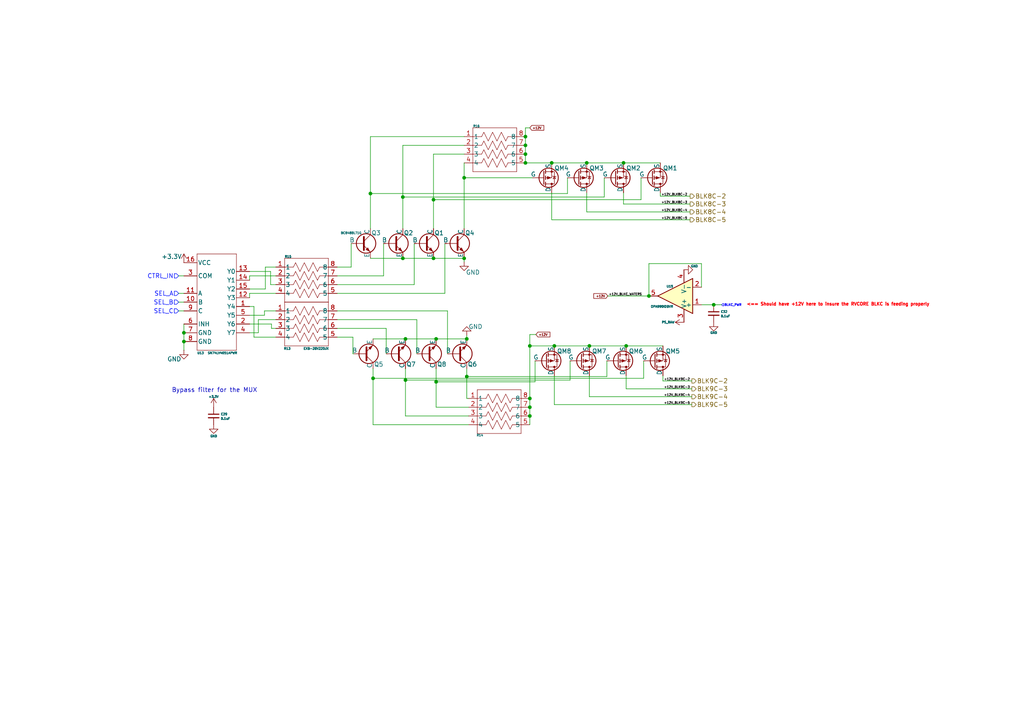
<source format=kicad_sch>
(kicad_sch (version 20250114) (generator "eeschema") (generator_version "9.0")
  (paper "A4")
  (lib_symbols
    (symbol "Device:C_Small" (pin_numbers (hide yes)) (pin_names (offset 0.254) (hide yes))
      (property "Reference" "C" (at 0.254 1.778 0))
      (property "Value" "C_Small" (at 0.254 -2.032 0))
      (symbol "C_Small_1_1"
        (pin passive line (at 0 2.54 270) (length 2.032) (name "~") (number "1"))
        (pin passive line (at 0 -2.54 90) (length 2.032) (name "~") (number "2"))
      )
    )
    (symbol "EXB_28V220JX:EXB-28V220JX" (pin_names (offset 0.254))
      (property "Reference" "R" (at 8.382 9.144 0))
      (property "Value" "EXB-28V220JX" (at 8.89 5.588 0))
      (symbol "EXB-28V220JX_0_1"
        (pin unspecified line (at 0 0 0) (length 2.54) (name "1") (number "1"))
        (pin unspecified line (at 0 -2.54 0) (length 2.54) (name "2") (number "2"))
        (pin unspecified line (at 0 -5.08 0) (length 2.54) (name "3") (number "3"))
        (pin unspecified line (at 0 -7.62 0) (length 2.54) (name "4") (number "4"))
        (pin unspecified line (at 17.78 0 180) (length 2.54) (name "8") (number "8"))
        (pin unspecified line (at 17.78 -2.54 180) (length 2.54) (name "7") (number "7"))
        (pin unspecified line (at 17.78 -5.08 180) (length 2.54) (name "6") (number "6"))
        (pin unspecified line (at 17.78 -7.62 180) (length 2.54) (name "5") (number "5"))
      )
    )
    (symbol "NPN_1" (pin_numbers (hide yes)) (pin_names (offset 0))
      (property "Reference" "Q8" (at 2.794 3.048 0))
      (symbol "NPN_1_1_1"
        (pin passive line (at -3.048 0 0) (length 0.508) (name "B") (number "2"))
        (pin passive line (at 2.54 4.318 270) (length 1.778) (name "C") (number "1"))
        (pin passive line (at 2.54 -4.318 90) (length 1.778) (name "E") (number "3"))
      )
    )
    (symbol "NPN_2" (pin_numbers (hide yes)) (pin_names (offset 0))
      (property "Reference" "Q7" (at 2.794 3.048 0))
      (symbol "NPN_2_1_1"
        (pin passive line (at -3.048 0 0) (length 0.508) (name "B") (number "2"))
        (pin passive line (at 2.54 4.318 270) (length 1.778) (name "C") (number "1"))
        (pin passive line (at 2.54 -4.318 90) (length 1.778) (name "E") (number "3"))
      )
    )
    (symbol "NPN_3" (pin_numbers (hide yes)) (pin_names (offset 0))
      (property "Reference" "Q6" (at 2.794 3.048 0))
      (symbol "NPN_3_1_1"
        (pin passive line (at -3.048 0 0) (length 0.508) (name "B") (number "2"))
        (pin passive line (at 2.54 4.318 270) (length 1.778) (name "C") (number "1"))
        (pin passive line (at 2.54 -4.318 90) (length 1.778) (name "E") (number "3"))
      )
    )
    (symbol "NPN_4" (pin_numbers (hide yes)) (pin_names (offset 0))
      (property "Reference" "Q5" (at 2.794 3.048 0))
      (symbol "NPN_4_1_1"
        (pin passive line (at -3.048 0 0) (length 0.508) (name "B") (number "2"))
        (pin passive line (at 2.54 4.318 270) (length 1.778) (name "C") (number "1"))
        (pin passive line (at 2.54 -4.318 90) (length 1.778) (name "E") (number "3"))
      )
    )
    (symbol "NPN_5" (pin_numbers (hide yes)) (pin_names (offset 0))
      (property "Reference" "Q4" (at 2.794 3.048 0))
      (symbol "NPN_5_1_1"
        (pin passive line (at -3.048 0 0) (length 0.508) (name "B") (number "2"))
        (pin passive line (at 2.54 4.318 270) (length 1.778) (name "C") (number "1"))
        (pin passive line (at 2.54 -4.318 90) (length 1.778) (name "E") (number "3"))
      )
    )
    (symbol "NPN_6" (pin_numbers (hide yes)) (pin_names (offset 0))
      (property "Reference" "Q3" (at 2.794 3.048 0))
      (symbol "NPN_6_1_1"
        (pin passive line (at -3.048 0 0) (length 0.508) (name "B") (number "2"))
        (pin passive line (at 2.54 4.318 270) (length 1.778) (name "C") (number "1"))
        (pin passive line (at 2.54 -4.318 90) (length 1.778) (name "E") (number "3"))
      )
    )
    (symbol "NPN_7" (pin_numbers (hide yes)) (pin_names (offset 0))
      (property "Reference" "Q1" (at 2.794 3.048 0))
      (property "Value" "BC848BLT1G" (at -12.954 4.572 0))
      (symbol "NPN_7_1_1"
        (pin passive line (at -3.048 0 0) (length 0.508) (name "B") (number "2"))
        (pin passive line (at 2.54 4.318 270) (length 1.778) (name "C") (number "1"))
        (pin passive line (at 2.54 -4.318 90) (length 1.778) (name "E") (number "3"))
      )
    )
    (symbol "PMOS_1" (pin_numbers (hide yes)) (pin_names (offset 0))
      (property "Reference" "QM4" (at 3.302 -2.794 0))
      (symbol "PMOS_1_1_1"
        (pin passive line (at -3.048 0 0) (length 0.508) (name "G") (number "2"))
        (pin passive line (at 2.54 4.318 270) (length 1.778) (name "D") (number "1"))
        (pin passive line (at 2.54 -4.318 90) (length 1.778) (name "S") (number "3"))
      )
    )
    (symbol "PMOS_2" (pin_numbers (hide yes)) (pin_names (offset 0))
      (property "Reference" "QM8" (at 3.302 -2.794 0))
      (symbol "PMOS_2_1_1"
        (pin passive line (at -3.048 0 0) (length 0.508) (name "G") (number "2"))
        (pin passive line (at 2.54 4.318 270) (length 1.778) (name "D") (number "1"))
        (pin passive line (at 2.54 -4.318 90) (length 1.778) (name "S") (number "3"))
      )
    )
    (symbol "PMOS_3" (pin_numbers (hide yes)) (pin_names (offset 0))
      (property "Reference" "QM7" (at 3.302 -2.794 0))
      (symbol "PMOS_3_1_1"
        (pin passive line (at -3.048 0 0) (length 0.508) (name "G") (number "2"))
        (pin passive line (at 2.54 4.318 270) (length 1.778) (name "D") (number "1"))
        (pin passive line (at 2.54 -4.318 90) (length 1.778) (name "S") (number "3"))
      )
    )
    (symbol "PMOS_4" (pin_numbers (hide yes)) (pin_names (offset 0))
      (property "Reference" "QM6" (at 3.302 -2.794 0))
      (symbol "PMOS_4_1_1"
        (pin passive line (at -3.048 0 0) (length 0.508) (name "G") (number "2"))
        (pin passive line (at 2.54 4.318 270) (length 1.778) (name "D") (number "1"))
        (pin passive line (at 2.54 -4.318 90) (length 1.778) (name "S") (number "3"))
      )
    )
    (symbol "PMOS_5" (pin_numbers (hide yes)) (pin_names (offset 0))
      (property "Reference" "QM5" (at 3.302 -2.794 0))
      (symbol "PMOS_5_1_1"
        (pin passive line (at -3.048 0 0) (length 0.508) (name "G") (number "2"))
        (pin passive line (at 2.54 4.318 270) (length 1.778) (name "D") (number "1"))
        (pin passive line (at 2.54 -4.318 90) (length 1.778) (name "S") (number "3"))
      )
    )
    (symbol "PMOS_6" (pin_numbers (hide yes)) (pin_names (offset 0))
      (property "Reference" "QM1" (at 3.302 -2.794 0))
      (symbol "PMOS_6_1_1"
        (pin passive line (at -3.048 0 0) (length 0.508) (name "G") (number "2"))
        (pin passive line (at 2.54 4.318 270) (length 1.778) (name "D") (number "1"))
        (pin passive line (at 2.54 -4.318 90) (length 1.778) (name "S") (number "3"))
      )
    )
    (symbol "PMOS_7" (pin_numbers (hide yes)) (pin_names (offset 0))
      (property "Reference" "QM2" (at 3.302 -2.794 0))
      (symbol "PMOS_7_1_1"
        (pin passive line (at -3.048 0 0) (length 0.508) (name "G") (number "2"))
        (pin passive line (at 2.54 4.318 270) (length 1.778) (name "D") (number "1"))
        (pin passive line (at 2.54 -4.318 90) (length 1.778) (name "S") (number "3"))
      )
    )
    (symbol "PMOS_8" (pin_numbers (hide yes)) (pin_names (offset 0))
      (property "Reference" "QM3" (at 3.302 -2.794 0))
      (symbol "PMOS_8_1_1"
        (pin passive line (at -3.048 0 0) (length 0.508) (name "G") (number "2"))
        (pin passive line (at 2.54 4.318 270) (length 1.778) (name "D") (number "1"))
        (pin passive line (at 2.54 -4.318 90) (length 1.778) (name "S") (number "3"))
      )
    )
    (symbol "SN74LV4051APWR:SN74LV4051APWR" (pin_names (offset 0.254))
      (property "Reference" "U16" (at 27.94 10.16 0))
      (property "Value" "SN74LV4051APWR" (at 27.94 7.62 0))
      (symbol "SN74LV4051APWR_1_1"
        (pin power_in line (at 33.02 2.54 0) (length 3.81) (name "VCC") (number "16"))
        (pin input line (at 33.02 -1.27 0) (length 3.81) (name "COM") (number "3"))
        (pin input line (at 33.02 -6.35 0) (length 3.81) (name "A") (number "11"))
        (pin input line (at 33.02 -8.89 0) (length 3.81) (name "B") (number "10"))
        (pin input line (at 33.02 -11.43 0) (length 3.81) (name "C") (number "9"))
        (pin input line (at 33.02 -15.24 0) (length 3.81) (name "INH") (number "6"))
        (pin power_in line (at 33.02 -17.78 0) (length 3.81) (name "GND") (number "7"))
        (pin power_in line (at 33.02 -20.32 0) (length 3.81) (name "GND") (number "8"))
        (pin output line (at 52.07 0 180) (length 3.81) (name "Y0") (number "13"))
        (pin output line (at 52.07 -2.54 180) (length 3.81) (name "Y1") (number "14"))
        (pin output line (at 52.07 -5.08 180) (length 3.81) (name "Y2") (number "15"))
        (pin output line (at 52.07 -7.62 180) (length 3.81) (name "Y3") (number "12"))
        (pin output line (at 52.07 -10.16 180) (length 3.81) (name "Y4") (number "1"))
        (pin output line (at 52.07 -12.7 180) (length 3.81) (name "Y5") (number "5"))
        (pin output line (at 52.07 -15.24 180) (length 3.81) (name "Y6") (number "2"))
        (pin output line (at 52.07 -17.78 180) (length 3.81) (name "Y7") (number "4"))
      )
    )
    (symbol "Simulation_SPICE:NPN" (pin_numbers (hide yes)) (pin_names (offset 0))
      (property "Reference" "Q2" (at 2.794 3.048 0))
      (symbol "NPN_1_1"
        (pin passive line (at -3.048 0 0) (length 0.508) (name "B") (number "2"))
        (pin passive line (at 2.54 4.318 270) (length 1.778) (name "C") (number "1"))
        (pin passive line (at 2.54 -4.318 90) (length 1.778) (name "E") (number "3"))
      )
    )
    (symbol "Simulation_SPICE:OPAMP" (pin_names (offset 0.254))
      (property "Reference" "U" (at 3.81 3.175 0))
      (property "Value" "${SIM.PARAMS}" (at 3.81 -3.175 0))
      (symbol "OPAMP_1_1"
        (pin input line (at -7.62 2.54 0) (length 2.54) (name "+") (number "1"))
        (pin input line (at -7.62 -2.54 0) (length 2.54) (name "-") (number "2"))
        (pin power_in line (at -2.54 7.62 270) (length 3.81) (name "V+") (number "3"))
        (pin power_in line (at -2.54 -7.62 90) (length 3.81) (name "V-") (number "4"))
        (pin output line (at 7.62 0 180) (length 2.54) (name "~") (number "5"))
      )
    )
    (symbol "power:+3.3V" (power) (pin_numbers (hide yes)) (pin_names (offset 0) (hide yes))
      (property "Value" "+3.3V" (at 0 3.556 0))
      (symbol "+3.3V_1_1"
        (pin power_in line (at 0 0 90) (length 0) (name "~") (number "1"))
      )
    )
    (symbol "power:GND" (power) (pin_numbers (hide yes)) (pin_names (offset 0) (hide yes))
      (property "Value" "GND" (at 0 -3.81 0))
      (symbol "GND_1_1"
        (pin power_in line (at 0 0 270) (length 0) (name "~") (number "1"))
      )
    )
  )
  (text "<== Should have +12V here to insure the RVCORE BLKC is feeding properly\n" (at 243.078 88.392 0) (effects (font (size 0.889 0.889) (thickness 0.254) (bold yes))))
  (text "Bypass filter for the MUX" (at 62.23 113.284 0) (effects (font (size 1.27 1.27))))
  (junction (at 170.18 47.244))
  (junction (at 125.73 57.912))
  (junction (at 117.602 98.298))
  (junction (at 160.02 47.244))
  (junction (at 53.34 96.52))
  (junction (at 126.492 98.298))
  (junction (at 180.848 47.244))
  (junction (at 135.382 98.298))
  (junction (at 117.602 110.236))
  (junction (at 126.492 110.744))
  (junction (at 53.34 99.06))
  (junction (at 134.62 51.562))
  (junction (at 107.442 56.134))
  (junction (at 125.73 74.93))
  (junction (at 170.942 100.33))
  (junction (at 116.84 57.15))
  (junction (at 116.84 74.93))
  (junction (at 188.214 85.852))
  (junction (at 152.4 44.704))
  (junction (at 152.4 39.624))
  (junction (at 152.4 47.244))
  (junction (at 108.204 109.728))
  (junction (at 134.62 74.93))
  (junction (at 160.782 100.33))
  (junction (at 153.67 118.11))
  (junction (at 181.61 100.33))
  (junction (at 207.01 88.392))
  (junction (at 152.4 42.164))
  (junction (at 153.67 120.65))
  (junction (at 153.67 100.33))
  (junction (at 135.382 109.22))
  (junction (at 153.67 115.57))
  (wire (pts (xy 160.02 63.754) (xy 160.02 55.88)))
  (wire (pts (xy 155.194 104.648) (xy 155.194 110.744)))
  (wire (pts (xy 176.022 104.648) (xy 176.022 109.22)))
  (wire (pts (xy 164.592 51.562) (xy 164.592 56.134)))
  (wire (pts (xy 80.01 97.79) (xy 73.66 97.79)))
  (wire (pts (xy 203.454 83.312) (xy 203.454 76.454)))
  (wire (pts (xy 78.486 78.74) (xy 78.486 82.55)))
  (wire (pts (xy 107.442 56.134) (xy 107.442 66.294)))
  (wire (pts (xy 200.152 63.754) (xy 160.02 63.754)))
  (wire (pts (xy 126.492 106.934) (xy 126.492 110.744)))
  (wire (pts (xy 126.492 110.744) (xy 126.492 118.11)))
  (wire (pts (xy 97.79 92.71) (xy 120.904 92.71)))
  (wire (pts (xy 176.022 109.22) (xy 135.382 109.22)))
  (wire (pts (xy 153.67 115.57) (xy 153.67 118.11)))
  (wire (pts (xy 117.602 98.298) (xy 126.492 98.298)))
  (wire (pts (xy 134.62 51.562) (xy 134.62 66.294)))
  (wire (pts (xy 76.962 77.47) (xy 80.01 77.47)))
  (wire (pts (xy 72.39 80.01) (xy 80.01 80.01)))
  (wire (pts (xy 175.26 57.15) (xy 116.84 57.15)))
  (wire (pts (xy 186.69 109.728) (xy 186.69 104.648)))
  (wire (pts (xy 134.62 74.93) (xy 134.62 75.946)))
  (wire (pts (xy 101.854 77.47) (xy 101.854 70.612)))
  (wire (pts (xy 72.39 86.36) (xy 72.39 85.09)))
  (wire (pts (xy 170.942 100.33) (xy 181.61 100.33)))
  (wire (pts (xy 154.432 51.562) (xy 134.62 51.562)))
  (wire (pts (xy 53.34 96.52) (xy 53.34 99.06)))
  (wire (pts (xy 97.79 82.55) (xy 120.142 82.55)))
  (wire (pts (xy 80.01 90.17) (xy 76.708 90.17)))
  (wire (pts (xy 134.62 39.624) (xy 107.442 39.624)))
  (wire (pts (xy 53.34 93.98) (xy 53.34 96.52)))
  (wire (pts (xy 117.602 110.236) (xy 117.602 120.65)))
  (wire (pts (xy 116.84 57.15) (xy 116.84 66.294)))
  (wire (pts (xy 203.454 76.454) (xy 188.214 76.454)))
  (wire (pts (xy 126.492 110.744) (xy 155.194 110.744)))
  (wire (pts (xy 125.73 44.704) (xy 125.73 57.912)))
  (wire (pts (xy 152.4 47.244) (xy 160.02 47.244)))
  (wire (pts (xy 72.39 96.52) (xy 74.93 96.52)))
  (wire (pts (xy 191.516 55.88) (xy 191.516 56.896)))
  (wire (pts (xy 73.66 97.79) (xy 73.66 88.9)))
  (wire (pts (xy 78.486 82.55) (xy 80.01 82.55)))
  (wire (pts (xy 117.602 110.236) (xy 165.354 110.236)))
  (wire (pts (xy 97.79 95.25) (xy 112.014 95.25)))
  (wire (pts (xy 207.01 88.392) (xy 209.296 88.392)))
  (wire (pts (xy 107.442 56.134) (xy 164.592 56.134)))
  (wire (pts (xy 134.62 47.244) (xy 134.62 51.562)))
  (wire (pts (xy 152.4 44.704) (xy 152.4 47.244)))
  (wire (pts (xy 185.928 51.562) (xy 185.928 57.912)))
  (wire (pts (xy 129.794 90.17) (xy 129.794 102.616)))
  (wire (pts (xy 108.204 109.728) (xy 186.69 109.728)))
  (wire (pts (xy 72.39 85.09) (xy 80.01 85.09)))
  (wire (pts (xy 181.61 112.776) (xy 181.61 108.966)))
  (wire (pts (xy 76.708 90.17) (xy 76.708 91.44)))
  (wire (pts (xy 72.39 83.82) (xy 76.962 83.82)))
  (wire (pts (xy 188.214 76.454) (xy 188.214 85.852)))
  (wire (pts (xy 135.89 123.19) (xy 108.204 123.19)))
  (wire (pts (xy 135.89 115.57) (xy 135.382 115.57)))
  (wire (pts (xy 120.904 92.71) (xy 120.904 102.616)))
  (wire (pts (xy 117.602 106.934) (xy 117.602 110.236)))
  (wire (pts (xy 51.816 90.17) (xy 53.34 90.17)))
  (wire (pts (xy 170.18 47.244) (xy 180.848 47.244)))
  (wire (pts (xy 76.708 91.44) (xy 72.39 91.44)))
  (wire (pts (xy 200.152 61.468) (xy 170.18 61.468)))
  (wire (pts (xy 116.84 42.164) (xy 116.84 57.15)))
  (wire (pts (xy 97.79 80.01) (xy 111.252 80.01)))
  (wire (pts (xy 108.204 106.934) (xy 108.204 109.728)))
  (wire (pts (xy 51.816 80.01) (xy 53.34 80.01)))
  (wire (pts (xy 170.942 115.062) (xy 200.66 115.062)))
  (wire (pts (xy 72.39 78.74) (xy 78.486 78.74)))
  (wire (pts (xy 192.278 110.49) (xy 192.278 108.966)))
  (wire (pts (xy 111.252 80.01) (xy 111.252 70.612)))
  (wire (pts (xy 152.4 37.084) (xy 152.4 39.624)))
  (wire (pts (xy 107.442 39.624) (xy 107.442 56.134)))
  (wire (pts (xy 203.454 88.392) (xy 207.01 88.392)))
  (wire (pts (xy 135.382 97.282) (xy 135.382 98.298)))
  (wire (pts (xy 129.032 85.09) (xy 129.032 70.612)))
  (wire (pts (xy 51.816 87.63) (xy 53.34 87.63)))
  (wire (pts (xy 97.79 77.47) (xy 101.854 77.47)))
  (wire (pts (xy 51.816 85.09) (xy 53.34 85.09)))
  (wire (pts (xy 153.67 37.084) (xy 152.4 37.084)))
  (wire (pts (xy 165.354 104.648) (xy 165.354 110.236)))
  (wire (pts (xy 134.62 44.704) (xy 125.73 44.704)))
  (wire (pts (xy 135.89 120.65) (xy 117.602 120.65)))
  (wire (pts (xy 176.276 85.852) (xy 188.214 85.852)))
  (wire (pts (xy 181.61 100.33) (xy 192.278 100.33)))
  (wire (pts (xy 73.66 88.9) (xy 72.39 88.9)))
  (wire (pts (xy 191.516 56.896) (xy 200.152 56.896)))
  (wire (pts (xy 200.66 112.776) (xy 181.61 112.776)))
  (wire (pts (xy 97.79 97.79) (xy 102.362 97.79)))
  (wire (pts (xy 125.73 74.93) (xy 134.62 74.93)))
  (wire (pts (xy 153.67 120.65) (xy 153.67 123.19)))
  (wire (pts (xy 175.26 51.562) (xy 175.26 57.15)))
  (wire (pts (xy 97.79 90.17) (xy 129.794 90.17)))
  (wire (pts (xy 53.34 99.06) (xy 53.34 101.6)))
  (wire (pts (xy 78.74 93.98) (xy 78.74 95.25)))
  (wire (pts (xy 120.142 82.55) (xy 120.142 70.612)))
  (wire (pts (xy 125.73 57.912) (xy 185.928 57.912)))
  (wire (pts (xy 108.204 109.728) (xy 108.204 123.19)))
  (wire (pts (xy 170.942 115.062) (xy 170.942 108.966)))
  (wire (pts (xy 160.782 117.348) (xy 160.782 108.966)))
  (wire (pts (xy 152.4 39.624) (xy 152.4 42.164)))
  (wire (pts (xy 153.67 97.028) (xy 155.448 97.028)))
  (wire (pts (xy 152.4 42.164) (xy 152.4 44.704)))
  (wire (pts (xy 153.67 100.33) (xy 153.67 115.57)))
  (wire (pts (xy 112.014 95.25) (xy 112.014 102.616)))
  (wire (pts (xy 180.848 59.182) (xy 200.152 59.182)))
  (wire (pts (xy 200.66 110.49) (xy 192.278 110.49)))
  (wire (pts (xy 135.382 106.934) (xy 135.382 109.22)))
  (wire (pts (xy 170.18 61.468) (xy 170.18 55.88)))
  (wire (pts (xy 72.39 81.28) (xy 72.39 80.01)))
  (wire (pts (xy 74.93 92.71) (xy 80.01 92.71)))
  (wire (pts (xy 126.492 98.298) (xy 135.382 98.298)))
  (wire (pts (xy 135.382 109.22) (xy 135.382 115.57)))
  (wire (pts (xy 135.89 118.11) (xy 126.492 118.11)))
  (wire (pts (xy 116.84 74.93) (xy 125.73 74.93)))
  (wire (pts (xy 134.62 42.164) (xy 116.84 42.164)))
  (wire (pts (xy 180.848 47.244) (xy 191.516 47.244)))
  (wire (pts (xy 160.782 117.348) (xy 200.66 117.348)))
  (wire (pts (xy 97.79 85.09) (xy 129.032 85.09)))
  (wire (pts (xy 153.67 97.028) (xy 153.67 100.33)))
  (wire (pts (xy 153.67 100.33) (xy 160.782 100.33)))
  (wire (pts (xy 180.848 55.88) (xy 180.848 59.182)))
  (wire (pts (xy 107.442 74.93) (xy 116.84 74.93)))
  (wire (pts (xy 160.02 47.244) (xy 170.18 47.244)))
  (wire (pts (xy 78.74 95.25) (xy 80.01 95.25)))
  (wire (pts (xy 76.962 83.82) (xy 76.962 77.47)))
  (wire (pts (xy 153.67 118.11) (xy 153.67 120.65)))
  (wire (pts (xy 74.93 96.52) (xy 74.93 92.71)))
  (wire (pts (xy 160.782 100.33) (xy 170.942 100.33)))
  (wire (pts (xy 125.73 57.912) (xy 125.73 66.294)))
  (wire (pts (xy 102.362 102.616) (xy 102.616 102.616)))
  (wire (pts (xy 108.204 98.298) (xy 117.602 98.298)))
  (wire (pts (xy 72.39 93.98) (xy 78.74 93.98)))
  (wire (pts (xy 102.362 97.79) (xy 102.362 102.616)))
  (label "+12V_BLK8C-5" (at 191.77 63.754 0) (effects (font (size 0.635 0.635))))
  (label "+12V_BLKC_WATERS" (at 176.53 85.852 0) (effects (font (size 0.635 0.635))))
  (label "+12V_BLK9C-2" (at 192.532 110.49 0) (effects (font (size 0.635 0.635))))
  (label "+12V_BLK9C-5" (at 192.532 117.348 0) (effects (font (size 0.635 0.635))))
  (label "+12V_BLK8C-3" (at 191.77 59.182 0) (effects (font (size 0.635 0.635))))
  (label "+12V_BLK9C-4" (at 192.532 115.062 0) (effects (font (size 0.635 0.635))))
  (label "+12V_BLK8C-2" (at 191.77 56.896 0) (effects (font (size 0.635 0.635))))
  (label "+12V_BLK9C-3" (at 192.532 112.776 0) (effects (font (size 0.635 0.635))))
  (label "+12V_BLK8C-4" (at 191.77 61.468 0) (effects (font (size 0.635 0.635))))
  (global_label "+12V" (shape input) (at 176.276 85.852 180) (effects (font (size 0.635 0.635) (thickness 0.254) (bold yes))) (property "Intersheetrefs" "${INTERSHEET_REFS}" (effects (hide yes))))
  (global_label "+12V" (shape input) (at 155.448 97.028 0) (effects (font (size 0.635 0.635) (thickness 0.254) (bold yes))) (property "Intersheetrefs" "${INTERSHEET_REFS}" (effects (hide yes))))
  (global_label "+12V" (shape input) (at 153.67 37.084 0) (effects (font (size 0.635 0.635) (thickness 0.254) (bold yes))) (property "Intersheetrefs" "${INTERSHEET_REFS}" (effects (hide yes))))
  (hierarchical_label "SEL_B" (shape input) (at 51.816 87.63 180))
  (hierarchical_label "BLK8C-5" (shape output) (at 200.152 63.754 0))
  (hierarchical_label "CTRL_IN" (shape input) (at 51.816 80.01 180))
  (hierarchical_label "BLK9C-2" (shape output) (at 200.66 110.49 0))
  (hierarchical_label "SEL_C" (shape input) (at 51.816 90.17 180))
  (hierarchical_label "BLK8C-4" (shape output) (at 200.152 61.468 0))
  (hierarchical_label "BLK9C-3" (shape output) (at 200.66 112.776 0))
  (hierarchical_label "BLKC_PWR" (shape input) (at 209.296 88.392 0) (effects (font (size 0.635 0.635) (thickness 0.254) (bold yes))))
  (hierarchical_label "BLK9C-4" (shape output) (at 200.66 115.062 0))
  (hierarchical_label "SEL_A" (shape input) (at 51.816 85.09 180))
  (hierarchical_label "BLK8C-3" (shape output) (at 200.152 59.182 0))
  (hierarchical_label "BLK8C-2" (shape output) (at 200.152 56.896 0))
  (hierarchical_label "BLK9C-5" (shape output) (at 200.66 117.348 0))
  (symbol (lib_name "PMOS_3") (lib_id "Simulation_SPICE:PMOS") (at 179.07 104.648 0) (mirror x) (unit 1)
    (property "Reference" "QM6" (at 182.372 101.854 0) (effects (justify left)))
    (property "Value" "PMOS" (effects (hide yes)))
    (property "Footprint" "LIB-SIS427EDN-T1-GE3:LIB-SIS862DNT1GE3" (effects (hide yes)))
    (property "Datasheet" "https://ngspice.sourceforge.io/docs/ngspice-html-manual/manual.xhtml#cha_MOSFETs" (effects (hide yes)))
    (property "Description" "P-MOSFET transistor, drain/source/gate" (effects (hide yes)))
    (property "Sim.Device" "PMOS" (effects (hide yes)))
    (property "Sim.Type" "VDMOS" (effects (hide yes)))
    (property "Sim.Pins" "1=D 2=G 3=S" (effects (hide yes)))
  )
  (symbol (lib_id "EXB_28V220JX:EXB-28V220JX") (at 80.01 90.17 0) (unit 1)
    (property "Reference" "R13" (at 83.312 101.092 0) (effects (font (size 0.635 0.635))))
    (property "Value" "EXB-28V220JX" (at 91.694 101.092 0) (effects (font (size 0.635 0.635))))
    (property "Footprint" "EXB_28V220JX:EXB28V_PAN" (effects (hide yes)))
    (property "Datasheet" "EXB-28V220JX" (effects (hide yes)))
  )
  (symbol (lib_id "EXB_28V220JX:EXB-28V220JX") (at 80.01 77.47 0) (unit 1)
    (property "Reference" "R15" (at 83.566 74.422 0) (effects (font (size 0.635 0.635))))
    (property "Value" "EXB-28V220JX" (effects (hide yes)))
    (property "Footprint" "EXB_28V220JX:EXB28V_PAN" (effects (hide yes)))
    (property "Datasheet" "EXB-28V220JX" (effects (hide yes)))
  )
  (symbol (lib_id "power:GND") (at 134.62 75.946 0) (unit 1)
    (property "Reference" "#PWR064" (effects (hide yes)))
    (property "Value" "GND" (at 137.16 78.994 0))
    (property "Description" "Power symbol creates a global label with name \"GND\" , ground" (effects (hide yes)))
  )
  (symbol (lib_id "Device:C_Small") (at 207.01 90.932 0) (unit 1)
    (property "Reference" "C32" (at 209.042 90.424 0) (effects (font (size 0.635 0.635)) (justify left)))
    (property "Value" "0.1uF" (at 209.042 91.694 0) (effects (font (size 0.635 0.635)) (justify left)))
    (property "Footprint" "Capacitor_SMD:C_0603_1608Metric" (effects (hide yes)))
    (property "Description" "Unpolarized capacitor, small symbol" (effects (hide yes)))
  )
  (symbol (lib_id "power:GND") (at 135.382 97.282 180) (unit 1)
    (property "Reference" "#PWR065" (effects (hide yes)))
    (property "Value" "GND" (at 137.922 94.742 0))
    (property "Description" "Power symbol creates a global label with name \"GND\" , ground" (effects (hide yes)))
  )
  (symbol (lib_id "power:GND") (at 198.374 78.232 90) (unit 1)
    (property "Reference" "#PWR034" (effects (hide yes)))
    (property "Value" "GND" (at 201.422 77.216 90) (effects (font (size 0.635 0.635))))
    (property "Description" "Power symbol creates a global label with name \"GND\" , ground" (effects (hide yes)))
  )
  (symbol (lib_id "power:+3.3V") (at 53.34 76.2 0) (unit 1)
    (property "Reference" "#PWR068" (effects (hide yes)))
    (property "Value" "+3.3V" (at 49.784 74.422 0))
    (property "Description" "Power symbol creates a global label with name \"+3.3V\"" (effects (hide yes)))
  )
  (symbol (lib_id "SN74LV4051APWR:SN74LV4051APWR") (at 20.32 78.74 0) (unit 1)
    (property "Reference" "U13" (at 58.166 102.362 0) (effects (font (size 0.635 0.635))))
    (property "Value" "SN74LV4051APWR" (at 64.516 102.362 0) (effects (font (size 0.635 0.635))))
    (property "Footprint" "SN74LV4051APWR:PW16" (effects (hide yes)))
    (property "Datasheet" "https://www.ti.com/lit/gpn/sn74lv4051a" (effects (hide yes)))
  )
  (symbol (lib_name "NPN_6") (lib_id "Simulation_SPICE:NPN") (at 123.19 70.612 0) (unit 1)
    (property "Reference" "Q1" (at 125.984 67.564 0) (effects (justify left)))
    (property "Value" "BC848BLT1G" (effects (hide yes)))
    (property "Footprint" "BC848BLT1G:SOT-23_ONS-L" (effects (hide yes)))
    (property "Datasheet" "https://ngspice.sourceforge.io/docs/ngspice-html-manual/manual.xhtml#cha_BJTs" (effects (hide yes)))
    (property "Description" "Bipolar transistor symbol for simulation only, substrate tied to the emitter" (effects (hide yes)))
    (property "Sim.Device" "NPN" (effects (hide yes)))
    (property "Sim.Type" "GUMMELPOON" (effects (hide yes)))
    (property "Sim.Pins" "1=C 2=B 3=E" (effects (hide yes)))
  )
  (symbol (lib_name "PMOS_8") (lib_id "Simulation_SPICE:PMOS") (at 167.64 51.562 0) (mirror x) (unit 1)
    (property "Reference" "QM3" (at 170.942 48.768 0) (effects (justify left)))
    (property "Value" "PMOS" (effects (hide yes)))
    (property "Footprint" "LIB-SIS427EDN-T1-GE3:LIB-SIS862DNT1GE3" (effects (hide yes)))
    (property "Datasheet" "https://ngspice.sourceforge.io/docs/ngspice-html-manual/manual.xhtml#cha_MOSFETs" (effects (hide yes)))
    (property "Description" "P-MOSFET transistor, drain/source/gate" (effects (hide yes)))
    (property "Sim.Device" "PMOS" (effects (hide yes)))
    (property "Sim.Type" "VDMOS" (effects (hide yes)))
    (property "Sim.Pins" "1=D 2=G 3=S" (effects (hide yes)))
  )
  (symbol (lib_id "power:+3.3V") (at 198.374 93.472 90) (unit 1)
    (property "Reference" "#PWR040" (effects (hide yes)))
    (property "Value" "PS_RAW" (at 193.802 93.472 90) (effects (font (size 0.635 0.635) (thickness 0.2032) (bold yes))))
    (property "Description" "Power symbol creates a global label with name \"+3.3V\"" (effects (hide yes)))
  )
  (symbol (lib_id "power:+3.3V") (at 61.976 118.11 0) (unit 1)
    (property "Reference" "#PWR073" (effects (hide yes)))
    (property "Value" "+3.3V" (at 61.976 115.062 0) (effects (font (size 0.635 0.635))))
    (property "Description" "Power symbol creates a global label with name \"+3.3V\"" (effects (hide yes)))
  )
  (symbol (lib_name "NPN_3") (lib_id "Simulation_SPICE:NPN") (at 115.062 102.616 0) (mirror x) (unit 1)
    (property "Reference" "Q7" (at 117.856 105.664 0) (effects (justify left)))
    (property "Value" "BC848BLT1G" (effects (hide yes)))
    (property "Footprint" "BC848BLT1G:SOT-23_ONS-L" (effects (hide yes)))
    (property "Datasheet" "https://ngspice.sourceforge.io/docs/ngspice-html-manual/manual.xhtml#cha_BJTs" (effects (hide yes)))
    (property "Description" "Bipolar transistor symbol for simulation only, substrate tied to the emitter" (effects (hide yes)))
    (property "Sim.Device" "NPN" (effects (hide yes)))
    (property "Sim.Type" "GUMMELPOON" (effects (hide yes)))
    (property "Sim.Pins" "1=C 2=B 3=E" (effects (hide yes)))
  )
  (symbol (lib_id "power:GND") (at 61.976 123.19 0) (unit 1)
    (property "Reference" "#PWR074" (effects (hide yes)))
    (property "Value" "GND" (at 61.976 126.492 0) (effects (font (size 0.635 0.635))))
    (property "Description" "Power symbol creates a global label with name \"GND\" , ground" (effects (hide yes)))
  )
  (symbol (lib_id "power:GND") (at 53.34 101.6 0) (unit 1)
    (property "Reference" "#PWR067" (effects (hide yes)))
    (property "Value" "GND" (at 50.546 104.14 0))
    (property "Description" "Power symbol creates a global label with name \"GND\" , ground" (effects (hide yes)))
  )
  (symbol (lib_id "Simulation_SPICE:OPAMP") (at 195.834 85.852 180) (unit 1)
    (property "Reference" "U15" (at 193.294 83.058 0) (effects (font (size 0.635 0.635)) (justify right)))
    (property "Value" "OPA990IDBVR" (at 188.722 88.9 0) (effects (font (size 0.635 0.635)) (justify right)))
    (property "Footprint" "OPA990IDBVR:DBV0005A-IPC_A" (effects (hide yes)))
    (property "Datasheet" "https://www.digikey.es/es/products/detail/texas-instruments/OPA990IDBVR/11502246" (effects (hide yes)))
    (property "Description" "Operational amplifier, single" (effects (hide yes)))
    (property "Sim.Pins" "1=in+ 2=in- 3=vcc 4=vee 5=out" (effects (hide yes)))
    (property "Sim.Device" "SUBCKT" (effects (hide yes)))
    (property "Sim.Library" "${KICAD9_SYMBOL_DIR}/Simulation_SPICE.sp" (effects (hide yes)))
    (property "Sim.Name" "kicad_builtin_opamp" (effects (hide yes)))
  )
  (symbol (lib_id "EXB_28V220JX:EXB-28V220JX") (at 134.62 39.624 0) (unit 1)
    (property "Reference" "R16" (at 138.176 36.576 0) (effects (font (size 0.635 0.635))))
    (property "Value" "EXB-28V220JX" (effects (hide yes)))
    (property "Footprint" "EXB_28V220JX:EXB28V_PAN" (effects (hide yes)))
    (property "Datasheet" "EXB-28V220JX" (effects (hide yes)))
  )
  (symbol (lib_name "NPN_7") (lib_id "Simulation_SPICE:NPN") (at 104.902 70.612 0) (unit 1)
    (property "Reference" "Q3" (at 107.696 67.564 0) (effects (justify left)))
    (property "Value" "BC848BLT1G" (at 98.806 67.564 0) (effects (font (size 0.635 0.635)) (justify left)))
    (property "Footprint" "BC848BLT1G:SOT-23_ONS-L" (effects (hide yes)))
    (property "Datasheet" "https://ngspice.sourceforge.io/docs/ngspice-html-manual/manual.xhtml#cha_BJTs" (effects (hide yes)))
    (property "Description" "Bipolar transistor symbol for simulation only, substrate tied to the emitter" (effects (hide yes)))
    (property "Sim.Device" "NPN" (effects (hide yes)))
    (property "Sim.Type" "GUMMELPOON" (effects (hide yes)))
    (property "Sim.Pins" "1=C 2=B 3=E" (effects (hide yes)))
  )
  (symbol (lib_id "EXB_28V220JX:EXB-28V220JX") (at 135.89 115.57 0) (unit 1)
    (property "Reference" "R14" (at 139.192 126.238 0) (effects (font (size 0.635 0.635))))
    (property "Value" "EXB-28V220JX" (effects (hide yes)))
    (property "Footprint" "EXB_28V220JX:EXB28V_PAN" (effects (hide yes)))
    (property "Datasheet" "EXB-28V220JX" (effects (hide yes)))
  )
  (symbol (lib_name "NPN_1") (lib_id "Simulation_SPICE:NPN") (at 132.842 102.616 0) (mirror x) (unit 1)
    (property "Reference" "Q6" (at 135.636 105.664 0) (effects (justify left)))
    (property "Value" "BC848BLT1G" (effects (hide yes)))
    (property "Footprint" "BC848BLT1G:SOT-23_ONS-L" (effects (hide yes)))
    (property "Datasheet" "https://ngspice.sourceforge.io/docs/ngspice-html-manual/manual.xhtml#cha_BJTs" (effects (hide yes)))
    (property "Description" "Bipolar transistor symbol for simulation only, substrate tied to the emitter" (effects (hide yes)))
    (property "Sim.Device" "NPN" (effects (hide yes)))
    (property "Sim.Type" "GUMMELPOON" (effects (hide yes)))
    (property "Sim.Pins" "1=C 2=B 3=E" (effects (hide yes)))
  )
  (symbol (lib_name "PMOS_4") (lib_id "Simulation_SPICE:PMOS") (at 168.402 104.648 0) (mirror x) (unit 1)
    (property "Reference" "QM7" (at 171.704 101.854 0) (effects (justify left)))
    (property "Value" "PMOS" (effects (hide yes)))
    (property "Footprint" "LIB-SIS427EDN-T1-GE3:LIB-SIS862DNT1GE3" (effects (hide yes)))
    (property "Datasheet" "https://ngspice.sourceforge.io/docs/ngspice-html-manual/manual.xhtml#cha_MOSFETs" (effects (hide yes)))
    (property "Description" "P-MOSFET transistor, drain/source/gate" (effects (hide yes)))
    (property "Sim.Device" "PMOS" (effects (hide yes)))
    (property "Sim.Type" "VDMOS" (effects (hide yes)))
    (property "Sim.Pins" "1=D 2=G 3=S" (effects (hide yes)))
  )
  (symbol (lib_name "PMOS_6") (lib_id "Simulation_SPICE:PMOS") (at 188.976 51.562 0) (mirror x) (unit 1)
    (property "Reference" "QM1" (at 192.278 48.768 0) (effects (justify left)))
    (property "Value" "PMOS" (effects (hide yes)))
    (property "Footprint" "LIB-SIS427EDN-T1-GE3:LIB-SIS862DNT1GE3" (effects (hide yes)))
    (property "Datasheet" "https://ngspice.sourceforge.io/docs/ngspice-html-manual/manual.xhtml#cha_MOSFETs" (effects (hide yes)))
    (property "Description" "P-MOSFET transistor, drain/source/gate" (effects (hide yes)))
    (property "Sim.Device" "PMOS" (effects (hide yes)))
    (property "Sim.Type" "VDMOS" (effects (hide yes)))
    (property "Sim.Pins" "1=D 2=G 3=S" (effects (hide yes)))
  )
  (symbol (lib_name "PMOS_1") (lib_id "Simulation_SPICE:PMOS") (at 157.48 51.562 0) (mirror x) (unit 1)
    (property "Reference" "QM4" (at 160.782 48.768 0) (effects (justify left)))
    (property "Value" "PMOS" (effects (hide yes)))
    (property "Footprint" "LIB-SIS427EDN-T1-GE3:LIB-SIS862DNT1GE3" (effects (hide yes)))
    (property "Datasheet" "https://ngspice.sourceforge.io/docs/ngspice-html-manual/manual.xhtml#cha_MOSFETs" (effects (hide yes)))
    (property "Description" "P-MOSFET transistor, drain/source/gate" (effects (hide yes)))
    (property "Sim.Device" "PMOS" (effects (hide yes)))
    (property "Sim.Type" "VDMOS" (effects (hide yes)))
    (property "Sim.Pins" "1=D 2=G 3=S" (effects (hide yes)))
  )
  (symbol (lib_id "Device:C_Small") (at 61.976 120.65 0) (unit 1)
    (property "Reference" "C29" (at 64.008 120.142 0) (effects (font (size 0.635 0.635)) (justify left)))
    (property "Value" "0.1uF" (at 64.008 121.412 0) (effects (font (size 0.635 0.635)) (justify left)))
    (property "Footprint" "Capacitor_SMD:C_0603_1608Metric" (effects (hide yes)))
    (property "Description" "Unpolarized capacitor, small symbol" (effects (hide yes)))
  )
  (symbol (lib_name "PMOS_5") (lib_id "Simulation_SPICE:PMOS") (at 158.242 104.648 0) (mirror x) (unit 1)
    (property "Reference" "QM8" (at 161.544 101.854 0) (effects (justify left)))
    (property "Value" "PMOS" (effects (hide yes)))
    (property "Footprint" "LIB-SIS427EDN-T1-GE3:LIB-SIS862DNT1GE3" (effects (hide yes)))
    (property "Datasheet" "https://ngspice.sourceforge.io/docs/ngspice-html-manual/manual.xhtml#cha_MOSFETs" (effects (hide yes)))
    (property "Description" "P-MOSFET transistor, drain/source/gate" (effects (hide yes)))
    (property "Sim.Device" "PMOS" (effects (hide yes)))
    (property "Sim.Type" "VDMOS" (effects (hide yes)))
    (property "Sim.Pins" "1=D 2=G 3=S" (effects (hide yes)))
  )
  (symbol (lib_name "NPN_4") (lib_id "Simulation_SPICE:NPN") (at 105.664 102.616 0) (mirror x) (unit 1)
    (property "Reference" "Q5" (at 108.458 105.664 0) (effects (justify left)))
    (property "Value" "BC848BLT1G" (effects (hide yes)))
    (property "Footprint" "BC848BLT1G:SOT-23_ONS-L" (effects (hide yes)))
    (property "Datasheet" "https://ngspice.sourceforge.io/docs/ngspice-html-manual/manual.xhtml#cha_BJTs" (effects (hide yes)))
    (property "Description" "Bipolar transistor symbol for simulation only, substrate tied to the emitter" (effects (hide yes)))
    (property "Sim.Device" "NPN" (effects (hide yes)))
    (property "Sim.Type" "GUMMELPOON" (effects (hide yes)))
    (property "Sim.Pins" "1=C 2=B 3=E" (effects (hide yes)))
  )
  (symbol (lib_name "PMOS_7") (lib_id "Simulation_SPICE:PMOS") (at 178.308 51.562 0) (mirror x) (unit 1)
    (property "Reference" "QM2" (at 181.61 48.768 0) (effects (justify left)))
    (property "Value" "PMOS" (effects (hide yes)))
    (property "Footprint" "LIB-SIS427EDN-T1-GE3:LIB-SIS862DNT1GE3" (effects (hide yes)))
    (property "Datasheet" "https://ngspice.sourceforge.io/docs/ngspice-html-manual/manual.xhtml#cha_MOSFETs" (effects (hide yes)))
    (property "Description" "P-MOSFET transistor, drain/source/gate" (effects (hide yes)))
    (property "Sim.Device" "PMOS" (effects (hide yes)))
    (property "Sim.Type" "VDMOS" (effects (hide yes)))
    (property "Sim.Pins" "1=D 2=G 3=S" (effects (hide yes)))
  )
  (symbol (lib_name "NPN_2") (lib_id "Simulation_SPICE:NPN") (at 123.952 102.616 0) (mirror x) (unit 1)
    (property "Reference" "Q8" (at 126.746 105.664 0) (effects (justify left)))
    (property "Value" "BC848BLT1G" (effects (hide yes)))
    (property "Footprint" "BC848BLT1G:SOT-23_ONS-L" (effects (hide yes)))
    (property "Datasheet" "https://ngspice.sourceforge.io/docs/ngspice-html-manual/manual.xhtml#cha_BJTs" (effects (hide yes)))
    (property "Description" "Bipolar transistor symbol for simulation only, substrate tied to the emitter" (effects (hide yes)))
    (property "Sim.Device" "NPN" (effects (hide yes)))
    (property "Sim.Type" "GUMMELPOON" (effects (hide yes)))
    (property "Sim.Pins" "1=C 2=B 3=E" (effects (hide yes)))
  )
  (symbol (lib_id "Simulation_SPICE:NPN") (at 114.3 70.612 0) (unit 1)
    (property "Reference" "Q2" (at 117.094 67.564 0) (effects (justify left)))
    (property "Value" "BC848BLT1G" (effects (hide yes)))
    (property "Footprint" "BC848BLT1G:SOT-23_ONS-L" (effects (hide yes)))
    (property "Datasheet" "https://ngspice.sourceforge.io/docs/ngspice-html-manual/manual.xhtml#cha_BJTs" (effects (hide yes)))
    (property "Description" "Bipolar transistor symbol for simulation only, substrate tied to the emitter" (effects (hide yes)))
    (property "Sim.Device" "NPN" (effects (hide yes)))
    (property "Sim.Type" "GUMMELPOON" (effects (hide yes)))
    (property "Sim.Pins" "1=C 2=B 3=E" (effects (hide yes)))
  )
  (symbol (lib_name "PMOS_2") (lib_id "Simulation_SPICE:PMOS") (at 189.738 104.648 0) (mirror x) (unit 1)
    (property "Reference" "QM5" (at 193.04 101.854 0) (effects (justify left)))
    (property "Value" "PMOS" (effects (hide yes)))
    (property "Footprint" "LIB-SIS427EDN-T1-GE3:LIB-SIS862DNT1GE3" (effects (hide yes)))
    (property "Datasheet" "https://ngspice.sourceforge.io/docs/ngspice-html-manual/manual.xhtml#cha_MOSFETs" (effects (hide yes)))
    (property "Description" "P-MOSFET transistor, drain/source/gate" (effects (hide yes)))
    (property "Sim.Device" "PMOS" (effects (hide yes)))
    (property "Sim.Type" "VDMOS" (effects (hide yes)))
    (property "Sim.Pins" "1=D 2=G 3=S" (effects (hide yes)))
  )
  (symbol (lib_id "power:GND") (at 207.01 93.472 0) (unit 1)
    (property "Reference" "#PWR066" (effects (hide yes)))
    (property "Value" "GND" (at 207.01 96.52 0) (effects (font (size 0.635 0.635))))
    (property "Description" "Power symbol creates a global label with name \"GND\" , ground" (effects (hide yes)))
  )
  (symbol (lib_name "NPN_5") (lib_id "Simulation_SPICE:NPN") (at 132.08 70.612 0) (unit 1)
    (property "Reference" "Q4" (at 134.874 67.564 0) (effects (justify left)))
    (property "Value" "BC848BLT1G" (effects (hide yes)))
    (property "Footprint" "BC848BLT1G:SOT-23_ONS-L" (effects (hide yes)))
    (property "Datasheet" "https://ngspice.sourceforge.io/docs/ngspice-html-manual/manual.xhtml#cha_BJTs" (effects (hide yes)))
    (property "Description" "Bipolar transistor symbol for simulation only, substrate tied to the emitter" (effects (hide yes)))
    (property "Sim.Device" "NPN" (effects (hide yes)))
    (property "Sim.Type" "GUMMELPOON" (effects (hide yes)))
    (property "Sim.Pins" "1=C 2=B 3=E" (effects (hide yes)))
  )
)
</source>
